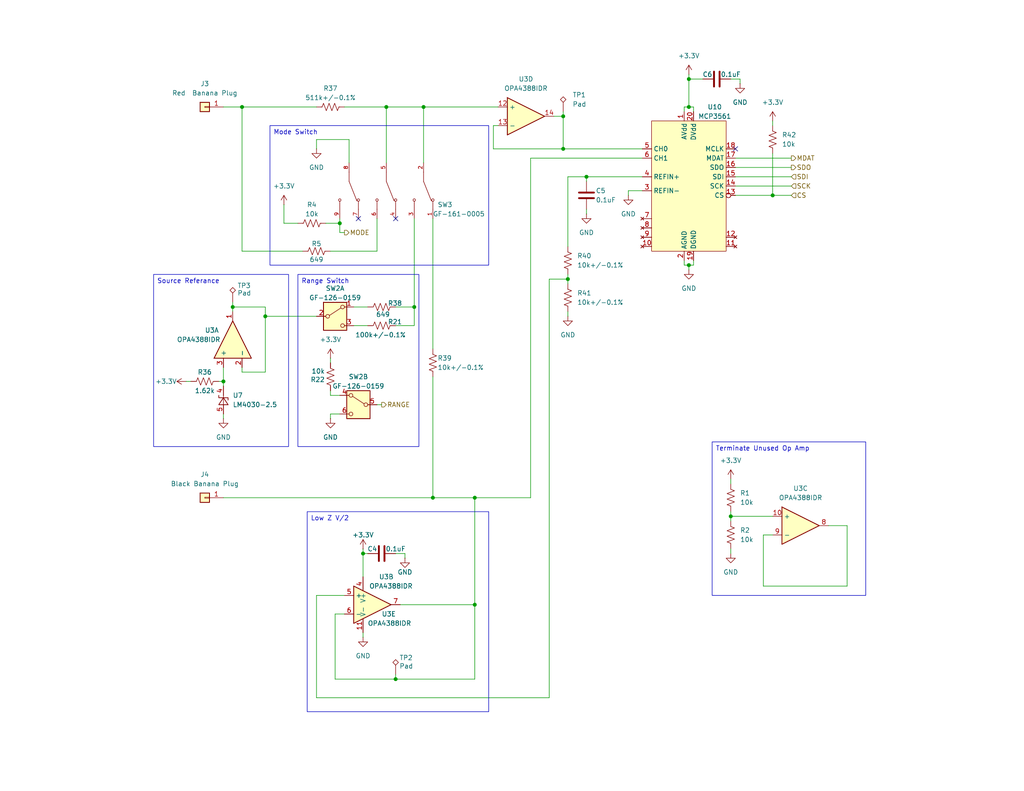
<source format=kicad_sch>
(kicad_sch (version 20231120) (generator "eeschema") (generator_version "8.0")
  (paper "A")
  (title_block (title "Multimeter Analog Front End") (date "2024-03-03") (rev "2"))
  (lib_symbols
    (symbol "Connector:TestPoint_Alt" (pin_numbers hide) (pin_names (offset 0.762) hide)
      (property "Reference" "TP" (at 0 6.858 0))
      (property "Value" "TestPoint_Alt" (at 0 5.08 0))
      (symbol "TestPoint_Alt_0_1"
        (polyline (pts (xy 0 2.54) (xy -0.762 3.302) (xy 0 4.064) (xy 0.762 3.302) (xy 0 2.54)))
      )
      (symbol "TestPoint_Alt_1_1"
        (pin passive line (at 0 0 90) (length 2.54) (name "1") (number "1"))
      )
    )
    (symbol "Connector_Generic:Conn_01x01" (pin_names (offset 1.016) hide)
      (property "Reference" "J" (at 0 2.54 0))
      (property "Value" "Conn_01x01" (at 0 -2.54 0))
      (symbol "Conn_01x01_1_1"
        (rectangle (start -1.27 0.127) (end 0 -0.127) (stroke (width 0.1524)))
        (rectangle (start -1.27 1.27) (end 1.27 -1.27) (stroke (width 0.254)) (fill (type background)))
        (pin passive line (at -5.08 0 0) (length 3.81) (name "Pin_1") (number "1"))
      )
    )
    (symbol "Device:C" (pin_numbers hide) (pin_names (offset 0.254))
      (property "Reference" "C" (at 0.635 2.54 0))
      (property "Value" "C" (at 0.635 -2.54 0))
      (symbol "C_0_1"
        (polyline (pts (xy -2.032 -0.762) (xy 2.032 -0.762)) (stroke (width 0.508)))
        (polyline (pts (xy -2.032 0.762) (xy 2.032 0.762)) (stroke (width 0.508)))
      )
      (symbol "C_1_1"
        (pin passive line (at 0 3.81 270) (length 2.794) (name "~") (number "1"))
        (pin passive line (at 0 -3.81 90) (length 2.794) (name "~") (number "2"))
      )
    )
    (symbol "Device:Opamp_Quad"
      (property "Reference" "U" (at 0 5.08 0))
      (property "Value" "Opamp_Quad" (at 0 -5.08 0))
      (symbol "Opamp_Quad_1_1"
        (polyline (pts (xy -5.08 5.08) (xy 5.08 0) (xy -5.08 -5.08) (xy -5.08 5.08)) (stroke (width 0.254)) (fill (type background)))
        (pin output line (at 7.62 0 180) (length 2.54) (name "~") (number "1"))
        (pin input line (at -7.62 -2.54 0) (length 2.54) (name "-") (number "2"))
        (pin input line (at -7.62 2.54 0) (length 2.54) (name "+") (number "3"))
      )
      (symbol "Opamp_Quad_2_1"
        (polyline (pts (xy -5.08 5.08) (xy 5.08 0) (xy -5.08 -5.08) (xy -5.08 5.08)) (stroke (width 0.254)) (fill (type background)))
        (pin input line (at -7.62 2.54 0) (length 2.54) (name "+") (number "5"))
        (pin input line (at -7.62 -2.54 0) (length 2.54) (name "-") (number "6"))
        (pin output line (at 7.62 0 180) (length 2.54) (name "~") (number "7"))
      )
      (symbol "Opamp_Quad_3_1"
        (polyline (pts (xy -5.08 5.08) (xy 5.08 0) (xy -5.08 -5.08) (xy -5.08 5.08)) (stroke (width 0.254)) (fill (type background)))
        (pin input line (at -7.62 2.54 0) (length 2.54) (name "+") (number "10"))
        (pin output line (at 7.62 0 180) (length 2.54) (name "~") (number "8"))
        (pin input line (at -7.62 -2.54 0) (length 2.54) (name "-") (number "9"))
      )
      (symbol "Opamp_Quad_4_1"
        (polyline (pts (xy -5.08 5.08) (xy 5.08 0) (xy -5.08 -5.08) (xy -5.08 5.08)) (stroke (width 0.254)) (fill (type background)))
        (pin input line (at -7.62 2.54 0) (length 2.54) (name "+") (number "12"))
        (pin input line (at -7.62 -2.54 0) (length 2.54) (name "-") (number "13"))
        (pin output line (at 7.62 0 180) (length 2.54) (name "~") (number "14"))
      )
      (symbol "Opamp_Quad_5_1"
        (pin power_in line (at -2.54 -7.62 90) (length 3.81) (name "V-") (number "11"))
        (pin power_in line (at -2.54 7.62 270) (length 3.81) (name "V+") (number "4"))
      )
    )
    (symbol "Device:R_US" (pin_numbers hide) (pin_names (offset 0))
      (property "Reference" "R" (at 2.54 0 90))
      (property "Value" "R_US" (at -2.54 0 90))
      (symbol "R_US_0_1"
        (polyline (pts (xy 0 -2.286) (xy 0 -2.54)))
        (polyline (pts (xy 0 2.286) (xy 0 2.54)))
        (polyline (pts (xy 0 -0.762) (xy 1.016 -1.143) (xy 0 -1.524) (xy -1.016 -1.905) (xy 0 -2.286)))
        (polyline (pts (xy 0 0.762) (xy 1.016 0.381) (xy 0 0) (xy -1.016 -0.381) (xy 0 -0.762)))
        (polyline (pts (xy 0 2.286) (xy 1.016 1.905) (xy 0 1.524) (xy -1.016 1.143) (xy 0 0.762)))
      )
      (symbol "R_US_1_1"
        (pin passive line (at 0 3.81 270) (length 1.27) (name "~") (number "1"))
        (pin passive line (at 0 -3.81 90) (length 1.27) (name "~") (number "2"))
      )
    )
    (symbol "Reference_Voltage:LM4030-2.5" (pin_names (offset 0.0254) hide)
      (property "Reference" "U" (at 0 2.54 0))
      (property "Value" "LM4030-2.5" (at 0 -3.175 0))
      (symbol "LM4030-2.5_0_1"
        (polyline (pts (xy -1.27 0) (xy 0 0) (xy 1.27 0)))
        (polyline (pts (xy -1.27 -1.27) (xy 0.635 0) (xy -1.27 1.27) (xy -1.27 -1.27)) (stroke (width 0.2032)))
        (polyline (pts (xy 0 -1.27) (xy 0.635 -1.27) (xy 0.635 1.27) (xy 1.27 1.27)) (stroke (width 0.2032)))
      )
      (symbol "LM4030-2.5_1_1"
        (pin passive line (at 3.81 0 180) (length 2.54) (name "K") (number "4"))
        (pin passive line (at -3.81 0 0) (length 2.54) (name "A") (number "5"))
      )
    )
    (symbol "Switch:SW_DPDT_x2" (pin_names (offset 0) hide)
      (property "Reference" "SW" (at 0 5.08 0))
      (property "Value" "SW_DPDT_x2" (at 0 -5.08 0))
      (symbol "SW_DPDT_x2_0_0"
        (circle (center -2.032 0) (radius 0.508))
        (circle (center 2.032 -2.54) (radius 0.508))
      )
      (symbol "SW_DPDT_x2_0_1"
        (rectangle (start -3.175 3.81) (end 3.175 -3.81) (stroke (width 0.254)) (fill (type background)))
        (polyline (pts (xy -1.524 0.254) (xy 1.5748 2.286)))
        (circle (center 2.032 2.54) (radius 0.508))
      )
      (symbol "SW_DPDT_x2_1_1"
        (pin passive line (at 5.08 2.54 180) (length 2.54) (name "A") (number "1"))
        (pin passive line (at -5.08 0 0) (length 2.54) (name "B") (number "2"))
        (pin passive line (at 5.08 -2.54 180) (length 2.54) (name "C") (number "3"))
      )
      (symbol "SW_DPDT_x2_2_1"
        (pin passive line (at 5.08 2.54 180) (length 2.54) (name "A") (number "4"))
        (pin passive line (at -5.08 0 0) (length 2.54) (name "B") (number "5"))
        (pin passive line (at 5.08 -2.54 180) (length 2.54) (name "C") (number "6"))
      )
    )
    (symbol "multimeter_parts:GF-161-0005" (pin_names (offset 1.016))
      (property "Reference" "S" (at -2.54 15.24 0))
      (property "Value" "GF-161-0005" (at -2.54 -15.24 0))
      (symbol "GF-161-0005_0_0"
        (polyline (pts (xy -2.54 -10.16) (xy -5.08 -10.16)) (stroke (width 0.1524)))
        (polyline (pts (xy -2.54 -10.16) (xy 2.794 -8.0264)) (stroke (width 0.1524)))
        (polyline (pts (xy -2.54 0) (xy -5.08 0)) (stroke (width 0.1524)))
        (polyline (pts (xy -2.54 0) (xy 2.794 2.1336)) (stroke (width 0.1524)))
        (polyline (pts (xy -2.54 10.16) (xy -5.08 10.16)) (stroke (width 0.1524)))
        (polyline (pts (xy -2.54 10.16) (xy 2.794 12.2936)) (stroke (width 0.1524)))
        (polyline (pts (xy 5.08 -12.7) (xy 2.921 -12.7)) (stroke (width 0.1524)))
        (polyline (pts (xy 5.08 -7.62) (xy 2.921 -7.62)) (stroke (width 0.1524)))
        (polyline (pts (xy 5.08 -2.54) (xy 2.921 -2.54)) (stroke (width 0.1524)))
        (polyline (pts (xy 5.08 2.54) (xy 2.921 2.54)) (stroke (width 0.1524)))
        (polyline (pts (xy 5.08 7.62) (xy 2.921 7.62)) (stroke (width 0.1524)))
        (polyline (pts (xy 5.08 12.7) (xy 2.921 12.7)) (stroke (width 0.1524)))
        (circle (center 2.54 -12.7) (radius 0.3302) (stroke (width 0.1524)))
        (circle (center 2.54 -7.62) (radius 0.3302) (stroke (width 0.1524)))
        (circle (center 2.54 -2.54) (radius 0.3302) (stroke (width 0.1524)))
        (circle (center 2.54 2.54) (radius 0.3302) (stroke (width 0.1524)))
        (circle (center 2.54 7.62) (radius 0.3302) (stroke (width 0.1524)))
        (circle (center 2.54 12.7) (radius 0.3302) (stroke (width 0.1524)))
        (pin passive line (at 7.62 12.7 180) (length 2.54) (name "~") (number "1"))
        (pin passive line (at -7.62 10.16 0) (length 2.54) (name "~") (number "2"))
        (pin passive line (at 7.62 7.62 180) (length 2.54) (name "~") (number "3"))
        (pin passive line (at 7.62 2.54 180) (length 2.54) (name "~") (number "4"))
        (pin passive line (at -7.62 0 0) (length 2.54) (name "~") (number "5"))
        (pin passive line (at 7.62 -2.54 180) (length 2.54) (name "~") (number "6"))
        (pin passive line (at 7.62 -7.62 180) (length 2.54) (name "~") (number "7"))
        (pin passive line (at -7.62 -10.16 0) (length 2.54) (name "~") (number "8"))
        (pin passive line (at 7.62 -12.7 180) (length 2.54) (name "~") (number "9"))
      )
    )
    (symbol "multimeter_parts:MCP3561"
      (property "Reference" "U" (at -7.62 20.32 0))
      (property "Value" "MCP3561" (at -7.62 17.78 0))
      (symbol "MCP3561_1_1"
        (rectangle (start -10.16 16.51) (end 10.16 -19.05) (fill (type background)))
        (pin input line (at -1.27 19.05 270) (length 2.54) (name "AVdd") (number "1"))
        (pin no_connect line (at -12.7 -17.78 0) (length 2.54) (name "") (number "10"))
        (pin no_connect line (at 12.7 -17.78 180) (length 2.54) (name "") (number "11"))
        (pin no_connect line (at 12.7 -15.24 180) (length 2.54) (name "") (number "12"))
        (pin input inverted (at 12.7 -3.81 180) (length 2.54) (name "CS") (number "13"))
        (pin input line (at 12.7 -1.27 180) (length 2.54) (name "SCK") (number "14"))
        (pin input line (at 12.7 1.27 180) (length 2.54) (name "SDI") (number "15"))
        (pin input line (at 12.7 3.81 180) (length 2.54) (name "SDO") (number "16"))
        (pin input line (at 12.7 6.35 180) (length 2.54) (name "MDAT") (number "17"))
        (pin input line (at 12.7 8.89 180) (length 2.54) (name "MCLK") (number "18"))
        (pin input line (at 1.27 -21.59 90) (length 2.54) (name "DGND") (number "19"))
        (pin input line (at -1.27 -21.59 90) (length 2.54) (name "AGND") (number "2"))
        (pin input line (at 1.27 19.05 270) (length 2.54) (name "DVdd") (number "20"))
        (pin input line (at -12.7 -2.54 0) (length 2.54) (name "REFIN-") (number "3"))
        (pin input line (at -12.7 1.27 0) (length 2.54) (name "REFIN+") (number "4"))
        (pin input line (at -12.7 8.89 0) (length 2.54) (name "CH0") (number "5"))
        (pin input line (at -12.7 6.35 0) (length 2.54) (name "CH1") (number "6"))
        (pin no_connect line (at -12.7 -10.16 0) (length 2.54) (name "") (number "7"))
        (pin no_connect line (at -12.7 -12.7 0) (length 2.54) (name "") (number "8"))
        (pin no_connect line (at -12.7 -15.24 0) (length 2.54) (name "") (number "9"))
      )
    )
    (symbol "power:+3.3V" (power) (pin_numbers hide) (pin_names (offset 0) hide)
      (property "Value" "+3.3V" (at 0 3.556 0))
      (symbol "+3.3V_0_1"
        (polyline (pts (xy -0.762 1.27) (xy 0 2.54)))
        (polyline (pts (xy 0 0) (xy 0 2.54)))
        (polyline (pts (xy 0 2.54) (xy 0.762 1.27)))
      )
      (symbol "+3.3V_1_1"
        (pin power_in line (at 0 0 90) (length 0) (name "~") (number "1"))
      )
    )
    (symbol "power:GND" (power) (pin_numbers hide) (pin_names (offset 0) hide)
      (property "Value" "GND" (at 0 -3.81 0))
      (symbol "GND_0_1"
        (polyline (pts (xy 0 0) (xy 0 -1.27) (xy 1.27 -1.27) (xy 0 -2.54) (xy -1.27 -1.27) (xy 0 -1.27)))
      )
      (symbol "GND_1_1"
        (pin power_in line (at 0 0 270) (length 0) (name "~") (number "1"))
      )
    )
  )
  (junction (at 115.57 29.21))
  (junction (at 210.82 53.34))
  (junction (at 113.03 83.82))
  (junction (at 187.96 72.39))
  (junction (at 187.96 29.21))
  (junction (at 107.95 185.42))
  (junction (at 160.02 48.26))
  (junction (at 153.67 31.75))
  (junction (at 129.54 135.89))
  (junction (at 153.67 40.64))
  (junction (at 118.11 135.89))
  (junction (at 66.04 29.21))
  (junction (at 187.96 21.59))
  (junction (at 72.39 86.36))
  (junction (at 129.54 165.1))
  (junction (at 99.06 151.13))
  (junction (at 105.41 29.21))
  (junction (at 60.96 104.14))
  (junction (at 199.39 140.97))
  (junction (at 92.71 60.96))
  (junction (at 63.5 83.82))
  (junction (at 154.94 76.2))
  (no_connect (at 97.79 59.69))
  (no_connect (at 200.66 40.64))
  (no_connect (at 107.95 59.69))
  (wire (pts (xy 153.67 31.75) (xy 153.67 40.64)))
  (wire (pts (xy 231.14 160.02) (xy 231.14 143.51)))
  (wire (pts (xy 63.5 83.82) (xy 72.39 83.82)))
  (wire (pts (xy 107.95 83.82) (xy 113.03 83.82)))
  (wire (pts (xy 200.66 50.8) (xy 215.9 50.8)))
  (wire (pts (xy 144.78 43.18) (xy 175.26 43.18)))
  (wire (pts (xy 210.82 53.34) (xy 215.9 53.34)))
  (wire (pts (xy 171.45 52.07) (xy 175.26 52.07)))
  (wire (pts (xy 77.47 60.96) (xy 81.28 60.96)))
  (wire (pts (xy 199.39 130.81) (xy 199.39 132.08)))
  (wire (pts (xy 107.95 151.13) (xy 110.49 151.13)))
  (wire (pts (xy 199.39 149.86) (xy 199.39 151.13)))
  (wire (pts (xy 95.25 38.1) (xy 95.25 44.45)))
  (wire (pts (xy 91.44 167.64) (xy 91.44 185.42)))
  (wire (pts (xy 86.36 162.56) (xy 93.98 162.56)))
  (wire (pts (xy 187.96 21.59) (xy 187.96 29.21)))
  (wire (pts (xy 99.06 172.72) (xy 99.06 173.99)))
  (wire (pts (xy 153.67 31.75) (xy 151.13 31.75)))
  (wire (pts (xy 86.36 38.1) (xy 95.25 38.1)))
  (wire (pts (xy 66.04 68.58) (xy 82.55 68.58)))
  (wire (pts (xy 63.5 82.55) (xy 63.5 83.82)))
  (wire (pts (xy 153.67 40.64) (xy 175.26 40.64)))
  (wire (pts (xy 231.14 143.51) (xy 226.06 143.51)))
  (wire (pts (xy 99.06 149.86) (xy 99.06 151.13)))
  (wire (pts (xy 129.54 135.89) (xy 144.78 135.89)))
  (wire (pts (xy 160.02 57.15) (xy 160.02 58.42)))
  (wire (pts (xy 154.94 74.93) (xy 154.94 76.2)))
  (wire (pts (xy 208.28 160.02) (xy 231.14 160.02)))
  (wire (pts (xy 102.87 110.49) (xy 104.14 110.49)))
  (wire (pts (xy 60.96 100.33) (xy 60.96 104.14)))
  (wire (pts (xy 208.28 146.05) (xy 208.28 160.02)))
  (wire (pts (xy 154.94 48.26) (xy 160.02 48.26)))
  (wire (pts (xy 200.66 45.72) (xy 215.9 45.72)))
  (wire (pts (xy 50.8 104.14) (xy 52.07 104.14)))
  (wire (pts (xy 129.54 135.89) (xy 129.54 165.1)))
  (wire (pts (xy 96.52 88.9) (xy 100.33 88.9)))
  (wire (pts (xy 135.89 34.29) (xy 134.62 34.29)))
  (wire (pts (xy 110.49 151.13) (xy 110.49 152.4)))
  (wire (pts (xy 118.11 102.87) (xy 118.11 135.89)))
  (wire (pts (xy 60.96 135.89) (xy 118.11 135.89)))
  (wire (pts (xy 99.06 151.13) (xy 100.33 151.13)))
  (wire (pts (xy 210.82 41.91) (xy 210.82 53.34)))
  (wire (pts (xy 90.17 97.79) (xy 90.17 99.06)))
  (wire (pts (xy 102.87 59.69) (xy 102.87 68.58)))
  (wire (pts (xy 66.04 29.21) (xy 86.36 29.21)))
  (wire (pts (xy 160.02 49.53) (xy 160.02 48.26)))
  (wire (pts (xy 72.39 101.6) (xy 72.39 86.36)))
  (wire (pts (xy 144.78 43.18) (xy 144.78 135.89)))
  (wire (pts (xy 60.96 105.41) (xy 60.96 104.14)))
  (wire (pts (xy 93.98 167.64) (xy 91.44 167.64)))
  (wire (pts (xy 189.23 29.21) (xy 189.23 30.48)))
  (wire (pts (xy 90.17 107.95) (xy 92.71 107.95)))
  (wire (pts (xy 149.86 190.5) (xy 86.36 190.5)))
  (wire (pts (xy 90.17 68.58) (xy 102.87 68.58)))
  (wire (pts (xy 90.17 113.03) (xy 90.17 114.3)))
  (wire (pts (xy 60.96 113.03) (xy 60.96 114.3)))
  (wire (pts (xy 160.02 48.26) (xy 175.26 48.26)))
  (wire (pts (xy 77.47 55.88) (xy 77.47 60.96)))
  (wire (pts (xy 200.66 48.26) (xy 215.9 48.26)))
  (wire (pts (xy 153.67 30.48) (xy 153.67 31.75)))
  (wire (pts (xy 210.82 146.05) (xy 208.28 146.05)))
  (wire (pts (xy 201.93 21.59) (xy 201.93 22.86)))
  (wire (pts (xy 109.22 165.1) (xy 129.54 165.1)))
  (wire (pts (xy 72.39 86.36) (xy 86.36 86.36)))
  (wire (pts (xy 99.06 151.13) (xy 99.06 157.48)))
  (wire (pts (xy 187.96 72.39) (xy 189.23 72.39)))
  (wire (pts (xy 118.11 59.69) (xy 118.11 95.25)))
  (wire (pts (xy 66.04 29.21) (xy 66.04 68.58)))
  (wire (pts (xy 92.71 60.96) (xy 92.71 59.69)))
  (wire (pts (xy 187.96 29.21) (xy 186.69 29.21)))
  (wire (pts (xy 92.71 63.5) (xy 93.98 63.5)))
  (wire (pts (xy 134.62 34.29) (xy 134.62 40.64)))
  (wire (pts (xy 63.5 85.09) (xy 63.5 83.82)))
  (wire (pts (xy 187.96 20.32) (xy 187.96 21.59)))
  (wire (pts (xy 187.96 72.39) (xy 187.96 73.66)))
  (wire (pts (xy 129.54 135.89) (xy 118.11 135.89)))
  (wire (pts (xy 88.9 60.96) (xy 92.71 60.96)))
  (wire (pts (xy 154.94 67.31) (xy 154.94 48.26)))
  (wire (pts (xy 113.03 88.9) (xy 113.03 83.82)))
  (wire (pts (xy 92.71 60.96) (xy 92.71 63.5)))
  (wire (pts (xy 200.66 43.18) (xy 215.9 43.18)))
  (wire (pts (xy 107.95 185.42) (xy 129.54 185.42)))
  (wire (pts (xy 199.39 139.7) (xy 199.39 140.97)))
  (wire (pts (xy 107.95 88.9) (xy 113.03 88.9)))
  (wire (pts (xy 105.41 29.21) (xy 105.41 44.45)))
  (wire (pts (xy 105.41 29.21) (xy 115.57 29.21)))
  (wire (pts (xy 186.69 72.39) (xy 187.96 72.39)))
  (wire (pts (xy 86.36 40.64) (xy 86.36 38.1)))
  (wire (pts (xy 92.71 113.03) (xy 90.17 113.03)))
  (wire (pts (xy 171.45 53.34) (xy 171.45 52.07)))
  (wire (pts (xy 66.04 101.6) (xy 72.39 101.6)))
  (wire (pts (xy 115.57 29.21) (xy 135.89 29.21)))
  (wire (pts (xy 96.52 83.82) (xy 100.33 83.82)))
  (wire (pts (xy 154.94 85.09) (xy 154.94 86.36)))
  (wire (pts (xy 59.69 104.14) (xy 60.96 104.14)))
  (wire (pts (xy 90.17 106.68) (xy 90.17 107.95)))
  (wire (pts (xy 86.36 190.5) (xy 86.36 162.56)))
  (wire (pts (xy 199.39 140.97) (xy 210.82 140.97)))
  (wire (pts (xy 154.94 76.2) (xy 154.94 77.47)))
  (wire (pts (xy 129.54 185.42) (xy 129.54 165.1)))
  (wire (pts (xy 134.62 40.64) (xy 153.67 40.64)))
  (wire (pts (xy 149.86 76.2) (xy 149.86 190.5)))
  (wire (pts (xy 91.44 185.42) (xy 107.95 185.42)))
  (wire (pts (xy 187.96 21.59) (xy 191.77 21.59)))
  (wire (pts (xy 186.69 71.12) (xy 186.69 72.39)))
  (wire (pts (xy 115.57 29.21) (xy 115.57 44.45)))
  (wire (pts (xy 113.03 83.82) (xy 113.03 59.69)))
  (wire (pts (xy 66.04 100.33) (xy 66.04 101.6)))
  (wire (pts (xy 200.66 53.34) (xy 210.82 53.34)))
  (wire (pts (xy 189.23 71.12) (xy 189.23 72.39)))
  (wire (pts (xy 210.82 33.02) (xy 210.82 34.29)))
  (wire (pts (xy 154.94 76.2) (xy 149.86 76.2)))
  (wire (pts (xy 199.39 21.59) (xy 201.93 21.59)))
  (wire (pts (xy 93.98 29.21) (xy 105.41 29.21)))
  (wire (pts (xy 107.95 184.15) (xy 107.95 185.42)))
  (wire (pts (xy 199.39 140.97) (xy 199.39 142.24)))
  (wire (pts (xy 186.69 29.21) (xy 186.69 30.48)))
  (wire (pts (xy 72.39 86.36) (xy 72.39 83.82)))
  (wire (pts (xy 60.96 29.21) (xy 66.04 29.21)))
  (wire (pts (xy 187.96 29.21) (xy 189.23 29.21)))
  (text_box "Low Z V/2" (at 83.82 139.7 0) (size 49.53 54.61) (effects (font (size 1.27 1.27)) (justify left top)))
  (text_box "Range Switch" (at 81.28 74.93 0) (size 33.02 46.99) (effects (font (size 1.27 1.27)) (justify left top)))
  (text_box "Mode Switch" (at 73.66 34.29 0) (size 59.69 38.1) (effects (font (size 1.27 1.27)) (justify left top)))
  (text_box "Terminate Unused Op Amp" (at 194.31 120.65 0) (size 41.91 41.91) (effects (font (size 1.27 1.27)) (justify left top)))
  (text_box "Source Referance" (at 41.91 74.93 0) (size 36.83 46.99) (effects (font (size 1.27 1.27)) (justify left top)))
  (hierarchical_label "MDAT" (shape output) (at 215.9 43.18 0))
  (hierarchical_label "SDO" (shape output) (at 215.9 45.72 0))
  (hierarchical_label "CS" (shape input) (at 215.9 53.34 0))
  (hierarchical_label "RANGE" (shape output) (at 104.14 110.49 0))
  (hierarchical_label "SDI" (shape input) (at 215.9 48.26 0))
  (hierarchical_label "SCK" (shape input) (at 215.9 50.8 0))
  (hierarchical_label "MODE" (shape output) (at 93.98 63.5 0))
  (symbol (lib_id "Device:R_US") (at 86.36 68.58 90) (unit 1)
    (property "Reference" "R5" (at 86.36 66.548 90))
    (property "Value" "649" (at 86.36 70.866 90))
    (property "Footprint" "Resistor_SMD:R_0805_2012Metric_Pad1.20x1.40mm_HandSolder" (effects (hide yes)))
    (property "Description" "Resistor, US symbol" (effects (hide yes)))
    (property "Digikey Part #" "P10KDACT-ND" (effects (hide yes)))
    (property "Part #" "ERA-6AEB103V" (effects (hide yes)))
    (property "Unit Price" "0.13" (effects (hide yes)))
  )
  (symbol (lib_id "Connector_Generic:Conn_01x01") (at 55.88 29.21 180) (unit 1)
    (property "Reference" "J3" (at 55.88 22.86 0))
    (property "Value" "Red  Banana Plug" (at 55.88 25.4 0))
    (property "Footprint" "Multimeter:KEYSTONE_575-4" (effects (hide yes)))
    (property "Description" "Generic connector, single row, 01x01, script generated (kicad-library-utils/schlib/autogen/connector/)" (effects (hide yes)))
    (property "Digikey Part #" "36-575-8-ND" (effects (hide yes)))
    (property "Part #" "575-8" (effects (hide yes)))
    (property "Unit Price" "0.88" (effects (hide yes)))
  )
  (symbol (lib_id "Device:R_US") (at 199.39 146.05 0) (unit 1)
    (property "Reference" "R2" (at 201.93 144.78 0) (effects (justify left)))
    (property "Value" "10k" (at 201.93 147.32 0) (effects (justify left)))
    (property "Footprint" "Resistor_SMD:R_0805_2012Metric_Pad1.20x1.40mm_HandSolder" (effects (hide yes)))
    (property "Description" "Resistor, US symbol" (effects (hide yes)))
    (property "Digikey Part #" "RMCF0805FT10K0CT-ND" (effects (hide yes)))
    (property "Part #" "RMCF0805FT10K0" (effects (hide yes)))
    (property "Unit Price" "0.1" (effects (hide yes)))
  )
  (symbol (lib_id "power:+3.3V") (at 199.39 130.81 0) (unit 1)
    (property "Reference" "#PWR012" (effects (hide yes)))
    (property "Value" "+3.3V" (at 199.39 125.73 0))
    (property "Description" "Power symbol creates a global label with name \"+3.3V\"" (effects (hide yes)))
  )
  (symbol (lib_id "Connector:TestPoint_Alt") (at 107.95 184.15 0) (unit 1)
    (property "Reference" "TP2" (at 108.966 179.578 0) (effects (justify left)))
    (property "Value" "Pad" (at 108.966 181.864 0) (effects (justify left)))
    (property "Footprint" "TestPoint:TestPoint_THTPad_1.5x1.5mm_Drill0.7mm" (effects (hide yes)))
    (property "Description" "test point (alternative shape)" (effects (hide yes)))
  )
  (symbol (lib_id "power:GND") (at 99.06 173.99 0) (unit 1)
    (property "Reference" "#PWR032" (effects (hide yes)))
    (property "Value" "GND" (at 99.06 179.07 0))
    (property "Description" "Power symbol creates a global label with name \"GND\" , ground" (effects (hide yes)))
  )
  (symbol (lib_id "power:+3.3V") (at 187.96 20.32 0) (unit 1)
    (property "Reference" "#PWR036" (effects (hide yes)))
    (property "Value" "+3.3V" (at 187.96 15.24 0))
    (property "Description" "Power symbol creates a global label with name \"+3.3V\"" (effects (hide yes)))
  )
  (symbol (lib_id "power:GND") (at 187.96 73.66 0) (unit 1)
    (property "Reference" "#PWR037" (effects (hide yes)))
    (property "Value" "GND" (at 187.96 78.74 0))
    (property "Description" "Power symbol creates a global label with name \"GND\" , ground" (effects (hide yes)))
  )
  (symbol (lib_id "power:GND") (at 110.49 152.4 0) (unit 1)
    (property "Reference" "#PWR033" (effects (hide yes)))
    (property "Value" "GND" (at 110.49 156.21 0))
    (property "Description" "Power symbol creates a global label with name \"GND\" , ground" (effects (hide yes)))
  )
  (symbol (lib_id "power:GND") (at 171.45 53.34 0) (unit 1)
    (property "Reference" "#PWR07" (effects (hide yes)))
    (property "Value" "GND" (at 171.45 58.42 0))
    (property "Description" "Power symbol creates a global label with name \"GND\" , ground" (effects (hide yes)))
  )
  (symbol (lib_id "power:GND") (at 90.17 114.3 0) (unit 1)
    (property "Reference" "#PWR048" (effects (hide yes)))
    (property "Value" "GND" (at 90.17 119.38 0))
    (property "Description" "Power symbol creates a global label with name \"GND\" , ground" (effects (hide yes)))
  )
  (symbol (lib_id "Device:C") (at 160.02 53.34 0) (unit 1)
    (property "Reference" "C5" (at 162.56 52.07 0) (effects (justify left)))
    (property "Value" "0.1uF" (at 162.56 54.61 0) (effects (justify left)))
    (property "Footprint" "Capacitor_SMD:C_0805_2012Metric" (effects (hide yes)))
    (property "Description" "Unpolarized capacitor" (effects (hide yes)))
    (property "Digikey Part #" "1276-1003-1-ND" (effects (hide yes)))
    (property "Part #" "CL21B104KBCNNNC" (effects (hide yes)))
    (property "Unit Price" "0.1" (effects (hide yes)))
  )
  (symbol (lib_id "Device:R_US") (at 154.94 71.12 0) (unit 1)
    (property "Reference" "R40" (at 157.48 69.85 0) (effects (justify left)))
    (property "Value" "10k+/-0.1%" (at 157.48 72.39 0) (effects (justify left)))
    (property "Footprint" "Resistor_SMD:R_0805_2012Metric_Pad1.20x1.40mm_HandSolder" (effects (hide yes)))
    (property "Description" "Resistor, US symbol" (effects (hide yes)))
    (property "Digikey Part #" "P10KDACT-ND" (effects (hide yes)))
    (property "Part #" "ERA-6AEB103V" (effects (hide yes)))
    (property "Unit Price" "0.13" (effects (hide yes)))
  )
  (symbol (lib_id "Device:R_US") (at 210.82 38.1 0) (unit 1)
    (property "Reference" "R42" (at 213.36 36.83 0) (effects (justify left)))
    (property "Value" "10k" (at 213.36 39.37 0) (effects (justify left)))
    (property "Footprint" "Resistor_SMD:R_0805_2012Metric_Pad1.20x1.40mm_HandSolder" (effects (hide yes)))
    (property "Description" "Resistor, US symbol" (effects (hide yes)))
    (property "Digikey Part #" "RMCF0805FT10K0CT-ND" (effects (hide yes)))
    (property "Part #" "RMCF0805FT10K0" (effects (hide yes)))
    (property "Unit Price" "0.1" (effects (hide yes)))
  )
  (symbol (lib_id "Device:R_US") (at 85.09 60.96 90) (unit 1)
    (property "Reference" "R4" (at 85.09 55.88 90))
    (property "Value" "10k" (at 85.09 58.42 90))
    (property "Footprint" "Resistor_SMD:R_0805_2012Metric_Pad1.20x1.40mm_HandSolder" (effects (hide yes)))
    (property "Description" "Resistor, US symbol" (effects (hide yes)))
    (property "Digikey Part #" "RMCF0805FT10K0CT-ND" (effects (hide yes)))
    (property "Part #" "RMCF0805FT10K0" (effects (hide yes)))
    (property "Unit Price" "0.1" (effects (hide yes)))
  )
  (symbol (lib_id "power:+3.3V") (at 77.47 55.88 0) (unit 1)
    (property "Reference" "#PWR09" (effects (hide yes)))
    (property "Value" "+3.3V" (at 77.47 50.8 0))
    (property "Description" "Power symbol creates a global label with name \"+3.3V\"" (effects (hide yes)))
  )
  (symbol (lib_id "Device:R_US") (at 199.39 135.89 0) (unit 1)
    (property "Reference" "R1" (at 201.93 134.62 0) (effects (justify left)))
    (property "Value" "10k" (at 201.93 137.16 0) (effects (justify left)))
    (property "Footprint" "Resistor_SMD:R_0805_2012Metric_Pad1.20x1.40mm_HandSolder" (effects (hide yes)))
    (property "Description" "Resistor, US symbol" (effects (hide yes)))
    (property "Digikey Part #" "RMCF0805FT10K0CT-ND" (effects (hide yes)))
    (property "Part #" "RMCF0805FT10K0" (effects (hide yes)))
    (property "Unit Price" "0.1" (effects (hide yes)))
  )
  (symbol (lib_id "Device:Opamp_Quad") (at 218.44 143.51 0) (unit 3)
    (property "Reference" "U3" (at 218.44 133.35 0))
    (property "Value" "OPA4388IDR" (at 218.44 135.89 0))
    (property "Footprint" "Package_SO:SOIC-14_3.9x8.7mm_P1.27mm" (effects (hide yes)))
    (property "Description" "Quad operational amplifier" (effects (hide yes)))
    (property "Digikey Part #" "296-53511-1-ND" (effects (hide yes)))
    (property "Part #" "OPA4388IDR" (effects (hide yes)))
    (property "Unit Price" "4.92" (effects (hide yes)))
    (property "Sim.Library" "${KICAD7_SYMBOL_DIR}/Simulation_SPICE.sp" (effects (hide yes)))
    (property "Sim.Name" "kicad_builtin_opamp_quad" (effects (hide yes)))
    (property "Sim.Device" "SUBCKT" (effects (hide yes)))
    (property "Sim.Pins" "1=out1 2=in1- 3=in1+ 4=vcc 5=in2+ 6=in2- 7=out2 8=out3 9=in3- 10=in3+ 11=vee 12=in4+ 13=in4- 14=out4" (effects (hide yes)))
  )
  (symbol (lib_id "Device:R_US") (at 118.11 99.06 0) (unit 1)
    (property "Reference" "R39" (at 119.38 97.79 0) (effects (justify left)))
    (property "Value" "10k+/-0.1%" (at 119.38 100.33 0) (effects (justify left)))
    (property "Footprint" "Resistor_SMD:R_0805_2012Metric_Pad1.20x1.40mm_HandSolder" (effects (hide yes)))
    (property "Description" "Resistor, US symbol" (effects (hide yes)))
    (property "Digikey Part #" "P10KDACT-ND" (effects (hide yes)))
    (property "Part #" "ERA-6AEB103V" (effects (hide yes)))
    (property "Unit Price" "0.13" (effects (hide yes)))
  )
  (symbol (lib_id "power:GND") (at 60.96 114.3 0) (unit 1)
    (property "Reference" "#PWR030" (effects (hide yes)))
    (property "Value" "GND" (at 60.96 119.38 0))
    (property "Description" "Power symbol creates a global label with name \"GND\" , ground" (effects (hide yes)))
  )
  (symbol (lib_id "power:GND") (at 86.36 40.64 0) (unit 1)
    (property "Reference" "#PWR08" (effects (hide yes)))
    (property "Value" "GND" (at 86.36 45.72 0))
    (property "Description" "Power symbol creates a global label with name \"GND\" , ground" (effects (hide yes)))
  )
  (symbol (lib_id "multimeter_parts:GF-161-0005") (at 105.41 52.07 270) (unit 1)
    (property "Reference" "SW3" (at 119.38 55.88 90) (effects (justify left)))
    (property "Value" "GF-161-0005" (at 118.11 58.42 90) (effects (justify left)))
    (property "Footprint" "Multimeter:GF-161-0005" (effects (hide yes)))
    (property "Description" "\nSlide Switch,Mini,G Series,3PDT,ON-ON,Top Actuated,0.5A,125VAC/DC,PC Pin | CW Industries GF-161-0005\n" (effects (hide yes)))
    (property "MF" "CW Industries" (effects (hide yes)))
    (property "MAXIMUM_PACKAGE_HEIGHT" "15.65mm" (effects (hide yes)))
    (property "Package" "None" (effects (hide yes)))
    (property "Price" "None" (effects (hide yes)))
    (property "Check_prices" "https://www.snapeda.com/parts/GF-161-0005/CW+Industries/view-part/?ref=eda" (effects (hide yes)))
    (property "STANDARD" "Manufacturer Recommendations" (effects (hide yes)))
    (property "PARTREV" "0" (effects (hide yes)))
    (property "SnapEDA_Link" "https://www.snapeda.com/parts/GF-161-0005/CW+Industries/view-part/?ref=snap" (effects (hide yes)))
    (property "MP" "GF-161-0005" (effects (hide yes)))
    (property "Availability" "In Stock" (effects (hide yes)))
    (property "MANUFACTURER" "CW Industries" (effects (hide yes)))
    (property "Digikey Part #" "CWI359-ND" (effects (hide yes)))
    (property "Part #" "GF-161-0005" (effects (hide yes)))
    (property "Unit Price" "1.97" (effects (hide yes)))
  )
  (symbol (lib_id "Switch:SW_DPDT_x2") (at 97.79 110.49 0) (mirror y) (unit 2)
    (property "Reference" "SW2" (at 97.79 102.87 0))
    (property "Value" "GF-126-0159" (at 97.79 105.41 0))
    (property "Footprint" "Multimeter:SW_GF-126-0159" (effects (hide yes)))
    (property "Description" "Switch, dual pole double throw, separate symbols" (effects (hide yes)))
    (property "Digikey Part #" "SW342-ND" (effects (hide yes)))
    (property "Part #" "GF-126-0159" (effects (hide yes)))
    (property "Unit Price" "1.58" (effects (hide yes)))
  )
  (symbol (lib_id "Device:R_US") (at 90.17 29.21 90) (unit 1)
    (property "Reference" "R37" (at 90.17 24.13 90))
    (property "Value" "511k+/-0.1%" (at 90.17 26.67 90))
    (property "Footprint" "Resistor_SMD:R_0805_2012Metric_Pad1.20x1.40mm_HandSolder" (effects (hide yes)))
    (property "Description" "Resistor, US symbol" (effects (hide yes)))
    (property "Digikey Part #" "P511KDACT-ND" (effects (hide yes)))
    (property "Part #" "ERA-6AEB5113V" (effects (hide yes)))
    (property "Unit Price" "0.13" (effects (hide yes)))
  )
  (symbol (lib_id "Device:Opamp_Quad") (at 63.5 92.71 90) (unit 1)
    (property "Reference" "U3" (at 55.88 90.17 90) (effects (justify right)))
    (property "Value" "OPA4388IDR" (at 48.26 92.71 90) (effects (justify right)))
    (property "Footprint" "Package_SO:SOIC-14_3.9x8.7mm_P1.27mm" (effects (hide yes)))
    (property "Description" "Quad operational amplifier" (effects (hide yes)))
    (property "Digikey Part #" "296-53511-1-ND" (effects (hide yes)))
    (property "Part #" "OPA4388IDR" (effects (hide yes)))
    (property "Unit Price" "4.92" (effects (hide yes)))
    (property "Sim.Library" "${KICAD7_SYMBOL_DIR}/Simulation_SPICE.sp" (effects (hide yes)))
    (property "Sim.Name" "kicad_builtin_opamp_quad" (effects (hide yes)))
    (property "Sim.Device" "SUBCKT" (effects (hide yes)))
    (property "Sim.Pins" "1=out1 2=in1- 3=in1+ 4=vcc 5=in2+ 6=in2- 7=out2 8=out3 9=in3- 10=in3+ 11=vee 12=in4+ 13=in4- 14=out4" (effects (hide yes)))
  )
  (symbol (lib_id "Device:Opamp_Quad") (at 143.51 31.75 0) (unit 4)
    (property "Reference" "U3" (at 143.51 21.59 0))
    (property "Value" "OPA4388IDR" (at 143.51 24.13 0))
    (property "Footprint" "Package_SO:SOIC-14_3.9x8.7mm_P1.27mm" (effects (hide yes)))
    (property "Description" "Quad operational amplifier" (effects (hide yes)))
    (property "Digikey Part #" "296-53511-1-ND" (effects (hide yes)))
    (property "Part #" "OPA4388IDR" (effects (hide yes)))
    (property "Unit Price" "4.92" (effects (hide yes)))
    (property "Sim.Library" "${KICAD7_SYMBOL_DIR}/Simulation_SPICE.sp" (effects (hide yes)))
    (property "Sim.Name" "kicad_builtin_opamp_quad" (effects (hide yes)))
    (property "Sim.Device" "SUBCKT" (effects (hide yes)))
    (property "Sim.Pins" "1=out1 2=in1- 3=in1+ 4=vcc 5=in2+ 6=in2- 7=out2 8=out3 9=in3- 10=in3+ 11=vee 12=in4+ 13=in4- 14=out4" (effects (hide yes)))
  )
  (symbol (lib_id "Device:R_US") (at 55.88 104.14 90) (unit 1)
    (property "Reference" "R36" (at 55.88 101.6 90))
    (property "Value" "1.62k" (at 55.88 106.68 90))
    (property "Footprint" "Resistor_SMD:R_0805_2012Metric_Pad1.20x1.40mm_HandSolder" (effects (hide yes)))
    (property "Description" "Resistor, US symbol" (effects (hide yes)))
    (property "Digikey Part #" "RMCF0805FT1K62CT-ND" (effects (hide yes)))
    (property "Part #" "RMCF0805FT1K62" (effects (hide yes)))
    (property "Unit Price" "0.1" (effects (hide yes)))
  )
  (symbol (lib_id "power:+3.3V") (at 210.82 33.02 0) (unit 1)
    (property "Reference" "#PWR040" (effects (hide yes)))
    (property "Value" "+3.3V" (at 210.82 27.94 0))
    (property "Description" "Power symbol creates a global label with name \"+3.3V\"" (effects (hide yes)))
  )
  (symbol (lib_id "multimeter_parts:MCP3561") (at 187.96 49.53 0) (unit 1)
    (property "Reference" "U10" (at 193.04 29.21 0) (effects (justify left)))
    (property "Value" "MCP3561" (at 190.5 31.75 0) (effects (justify left)))
    (property "Footprint" "Package_SO:SSOP-20_4.4x6.5mm_P0.65mm" (effects (hide yes)))
    (property "Digikey Part #" "150-MCP3561RT-E/STCT-ND" (effects (hide yes)))
    (property "Part #" "MCP3561RT-E/ST" (effects (hide yes)))
    (property "Unit Price" "3.00" (effects (hide yes)))
  )
  (symbol (lib_id "power:+3.3V") (at 90.17 97.79 0) (unit 1)
    (property "Reference" "#PWR047" (effects (hide yes)))
    (property "Value" "+3.3V" (at 90.17 92.71 0))
    (property "Description" "Power symbol creates a global label with name \"+3.3V\"" (effects (hide yes)))
  )
  (symbol (lib_id "Switch:SW_DPDT_x2") (at 91.44 86.36 0) (unit 1)
    (property "Reference" "SW2" (at 91.44 78.74 0))
    (property "Value" "GF-126-0159" (at 91.44 81.28 0))
    (property "Footprint" "Multimeter:SW_GF-126-0159" (effects (hide yes)))
    (property "Description" "Switch, dual pole double throw, separate symbols" (effects (hide yes)))
    (property "Digikey Part #" "SW342-ND" (effects (hide yes)))
    (property "Part #" "GF-126-0159" (effects (hide yes)))
    (property "Unit Price" "1.58" (effects (hide yes)))
  )
  (symbol (lib_id "Reference_Voltage:LM4030-2.5") (at 60.96 109.22 90) (unit 1)
    (property "Reference" "U7" (at 63.5 107.95 90) (effects (justify right)))
    (property "Value" "LM4030-2.5" (at 63.5 110.49 90) (effects (justify right)))
    (property "Footprint" "Package_TO_SOT_SMD:SOT-23-5" (effects (hide yes)))
    (property "Datasheet" "http://www.ti.com/lit/ds/symlink/lm4030.pdf" (effects (hide yes)))
    (property "Description" "2.500V Ultra-High Precision Shunt Voltage Reference, SOT-23-5" (effects (hide yes)))
    (property "Digikey Part #" "LM4030CMF-2.5/NOPBCT-ND" (effects (hide yes)))
    (property "Part #" "LM4030CMF-2.5/NOPB" (effects (hide yes)))
    (property "Unit Price" "1.61" (effects (hide yes)))
  )
  (symbol (lib_id "power:+3.3V") (at 99.06 149.86 0) (unit 1)
    (property "Reference" "#PWR031" (effects (hide yes)))
    (property "Value" "+3.3V" (at 99.06 146.05 0))
    (property "Description" "Power symbol creates a global label with name \"+3.3V\"" (effects (hide yes)))
  )
  (symbol (lib_id "power:GND") (at 199.39 151.13 0) (unit 1)
    (property "Reference" "#PWR011" (effects (hide yes)))
    (property "Value" "GND" (at 199.39 156.21 0))
    (property "Description" "Power symbol creates a global label with name \"GND\" , ground" (effects (hide yes)))
  )
  (symbol (lib_id "Device:C") (at 104.14 151.13 90) (unit 1)
    (property "Reference" "C4" (at 101.6 149.86 90))
    (property "Value" "0.1uF" (at 107.95 149.86 90))
    (property "Footprint" "Capacitor_SMD:C_0805_2012Metric" (effects (hide yes)))
    (property "Description" "Unpolarized capacitor" (effects (hide yes)))
    (property "Digikey Part #" "1276-1003-1-ND" (effects (hide yes)))
    (property "Part #" "CL21B104KBCNNNC" (effects (hide yes)))
    (property "Unit Price" "0.1" (effects (hide yes)))
  )
  (symbol (lib_id "Device:R_US") (at 104.14 88.9 90) (unit 1)
    (property "Reference" "R21" (at 109.728 87.884 90) (effects (justify left)))
    (property "Value" "100k+/-0.1%" (at 110.744 91.44 90) (effects (justify left)))
    (property "Footprint" "Resistor_SMD:R_0805_2012Metric_Pad1.20x1.40mm_HandSolder" (effects (hide yes)))
    (property "Description" "Resistor, US symbol" (effects (hide yes)))
    (property "Digikey Part #" "408-2025-1-ND" (effects (hide yes)))
    (property "Part #" "RG2012P-155-B-T5" (effects (hide yes)))
    (property "Unit Price" "0.1" (effects (hide yes)))
  )
  (symbol (lib_id "Device:Opamp_Quad") (at 101.6 165.1 0) (unit 2)
    (property "Reference" "U3" (at 105.41 157.48 0))
    (property "Value" "OPA4388IDR" (at 106.68 160.02 0))
    (property "Footprint" "Package_SO:SOIC-14_3.9x8.7mm_P1.27mm" (effects (hide yes)))
    (property "Description" "Quad operational amplifier" (effects (hide yes)))
    (property "Digikey Part #" "296-53511-1-ND" (effects (hide yes)))
    (property "Part #" "OPA4388IDR" (effects (hide yes)))
    (property "Unit Price" "4.92" (effects (hide yes)))
    (property "Sim.Library" "${KICAD7_SYMBOL_DIR}/Simulation_SPICE.sp" (effects (hide yes)))
    (property "Sim.Name" "kicad_builtin_opamp_quad" (effects (hide yes)))
    (property "Sim.Device" "SUBCKT" (effects (hide yes)))
    (property "Sim.Pins" "1=out1 2=in1- 3=in1+ 4=vcc 5=in2+ 6=in2- 7=out2 8=out3 9=in3- 10=in3+ 11=vee 12=in4+ 13=in4- 14=out4" (effects (hide yes)))
  )
  (symbol (lib_id "power:GND") (at 201.93 22.86 0) (unit 1)
    (property "Reference" "#PWR039" (effects (hide yes)))
    (property "Value" "GND" (at 201.93 27.94 0))
    (property "Description" "Power symbol creates a global label with name \"GND\" , ground" (effects (hide yes)))
  )
  (symbol (lib_id "Device:Opamp_Quad") (at 101.6 165.1 0) (unit 5)
    (property "Reference" "U3" (at 104.14 167.64 0) (effects (justify left)))
    (property "Value" "OPA4388IDR" (at 100.33 170.18 0) (effects (justify left)))
    (property "Footprint" "Package_SO:SOIC-14_3.9x8.7mm_P1.27mm" (effects (hide yes)))
    (property "Description" "Quad operational amplifier" (effects (hide yes)))
    (property "Digikey Part #" "296-53511-1-ND" (effects (hide yes)))
    (property "Part #" "OPA4388IDR" (effects (hide yes)))
    (property "Unit Price" "4.92" (effects (hide yes)))
    (property "Sim.Library" "${KICAD7_SYMBOL_DIR}/Simulation_SPICE.sp" (effects (hide yes)))
    (property "Sim.Name" "kicad_builtin_opamp_quad" (effects (hide yes)))
    (property "Sim.Device" "SUBCKT" (effects (hide yes)))
    (property "Sim.Pins" "1=out1 2=in1- 3=in1+ 4=vcc 5=in2+ 6=in2- 7=out2 8=out3 9=in3- 10=in3+ 11=vee 12=in4+ 13=in4- 14=out4" (effects (hide yes)))
  )
  (symbol (lib_id "Device:C") (at 195.58 21.59 90) (unit 1)
    (property "Reference" "C6" (at 193.04 20.32 90))
    (property "Value" "0.1uF" (at 199.39 20.32 90))
    (property "Footprint" "Capacitor_SMD:C_0805_2012Metric" (effects (hide yes)))
    (property "Description" "Unpolarized capacitor" (effects (hide yes)))
    (property "Digikey Part #" "1276-1003-1-ND" (effects (hide yes)))
    (property "Part #" "CL21B104KBCNNNC" (effects (hide yes)))
    (property "Unit Price" "0.1" (effects (hide yes)))
  )
  (symbol (lib_id "power:+3.3V") (at 50.8 104.14 90) (unit 1)
    (property "Reference" "#PWR029" (effects (hide yes)))
    (property "Value" "+3.3V" (at 48.26 104.14 90) (effects (justify left)))
    (property "Description" "Power symbol creates a global label with name \"+3.3V\"" (effects (hide yes)))
  )
  (symbol (lib_id "power:GND") (at 160.02 58.42 0) (unit 1)
    (property "Reference" "#PWR035" (effects (hide yes)))
    (property "Value" "GND" (at 160.02 63.5 0))
    (property "Description" "Power symbol creates a global label with name \"GND\" , ground" (effects (hide yes)))
  )
  (symbol (lib_id "Device:R_US") (at 90.17 102.87 180) (unit 1)
    (property "Reference" "R22" (at 88.646 103.632 0) (effects (justify left)))
    (property "Value" "10k" (at 88.646 101.346 0) (effects (justify left)))
    (property "Footprint" "Resistor_SMD:R_0805_2012Metric_Pad1.20x1.40mm_HandSolder" (effects (hide yes)))
    (property "Description" "Resistor, US symbol" (effects (hide yes)))
    (property "Digikey Part #" "RMCF0805FT10K0CT-ND" (effects (hide yes)))
    (property "Part #" "RMCF0805FT10K0" (effects (hide yes)))
    (property "Unit Price" "0.1" (effects (hide yes)))
  )
  (symbol (lib_id "power:GND") (at 154.94 86.36 0) (unit 1)
    (property "Reference" "#PWR034" (effects (hide yes)))
    (property "Value" "GND" (at 154.94 91.44 0))
    (property "Description" "Power symbol creates a global label with name \"GND\" , ground" (effects (hide yes)))
  )
  (symbol (lib_id "Connector:TestPoint_Alt") (at 153.67 30.48 0) (unit 1)
    (property "Reference" "TP1" (at 156.21 25.9079 0) (effects (justify left)))
    (property "Value" "Pad" (at 156.21 28.4479 0) (effects (justify left)))
    (property "Footprint" "TestPoint:TestPoint_THTPad_1.5x1.5mm_Drill0.7mm" (effects (hide yes)))
    (property "Description" "test point (alternative shape)" (effects (hide yes)))
  )
  (symbol (lib_id "Device:R_US") (at 104.14 83.82 90) (unit 1)
    (property "Reference" "R38" (at 109.728 82.804 90) (effects (justify left)))
    (property "Value" "649" (at 106.426 85.852 90) (effects (justify left)))
    (property "Footprint" "Resistor_SMD:R_0805_2012Metric_Pad1.20x1.40mm_HandSolder" (effects (hide yes)))
    (property "Description" "Resistor, US symbol" (effects (hide yes)))
    (property "Digikey Part #" "P10KDACT-ND" (effects (hide yes)))
    (property "Part #" "ERA-6AEB103V" (effects (hide yes)))
    (property "Unit Price" "0.13" (effects (hide yes)))
  )
  (symbol (lib_id "Connector:TestPoint_Alt") (at 63.5 82.55 0) (unit 1)
    (property "Reference" "TP3" (at 64.77 77.978 0) (effects (justify left)))
    (property "Value" "Pad" (at 64.77 80.01 0) (effects (justify left)))
    (property "Footprint" "TestPoint:TestPoint_THTPad_1.5x1.5mm_Drill0.7mm" (effects (hide yes)))
    (property "Description" "test point (alternative shape)" (effects (hide yes)))
  )
  (symbol (lib_id "Connector_Generic:Conn_01x01") (at 55.88 135.89 180) (unit 1)
    (property "Reference" "J4" (at 55.88 129.54 0))
    (property "Value" "Black Banana Plug" (at 55.88 132.08 0))
    (property "Footprint" "Multimeter:KEYSTONE_575-4" (effects (hide yes)))
    (property "Description" "Generic connector, single row, 01x01, script generated (kicad-library-utils/schlib/autogen/connector/)" (effects (hide yes)))
    (property "Digikey Part #" "36-575-8-ND" (effects (hide yes)))
    (property "Part #" "575-8" (effects (hide yes)))
    (property "Unit Price" "0.88" (effects (hide yes)))
  )
  (symbol (lib_id "Device:R_US") (at 154.94 81.28 0) (unit 1)
    (property "Reference" "R41" (at 157.48 80.01 0) (effects (justify left)))
    (property "Value" "10k+/-0.1%" (at 157.48 82.55 0) (effects (justify left)))
    (property "Footprint" "Resistor_SMD:R_0805_2012Metric_Pad1.20x1.40mm_HandSolder" (effects (hide yes)))
    (property "Description" "Resistor, US symbol" (effects (hide yes)))
    (property "Digikey Part #" "P10KDACT-ND" (effects (hide yes)))
    (property "Part #" "ERA-6AEB103V" (effects (hide yes)))
    (property "Unit Price" "0.13" (effects (hide yes)))
  )
)
</source>
